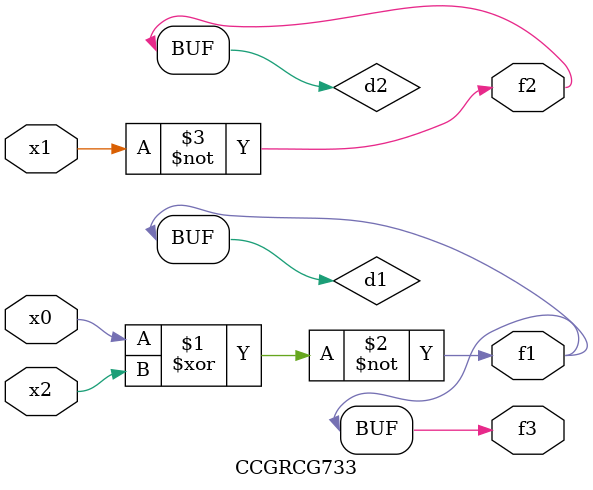
<source format=v>
module CCGRCG733(
	input x0, x1, x2,
	output f1, f2, f3
);

	wire d1, d2, d3;

	xnor (d1, x0, x2);
	nand (d2, x1);
	nor (d3, x1, x2);
	assign f1 = d1;
	assign f2 = d2;
	assign f3 = d1;
endmodule

</source>
